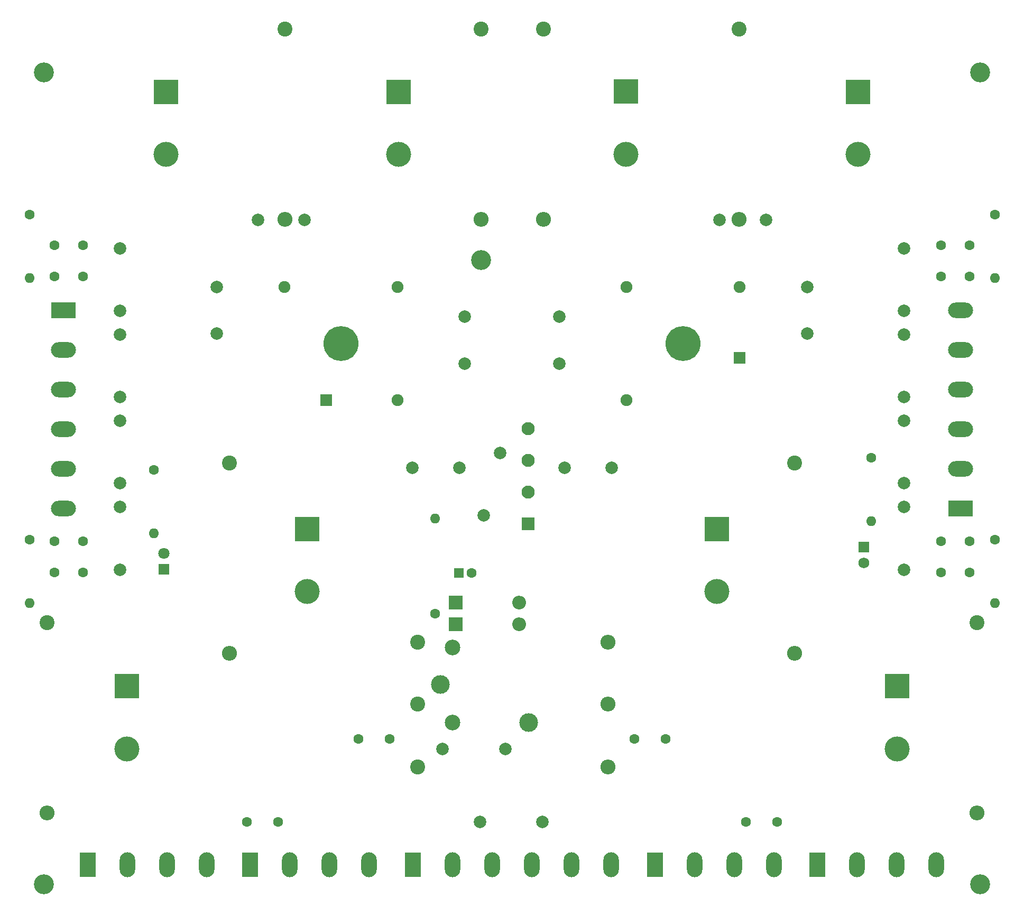
<source format=gbr>
%TF.GenerationSoftware,KiCad,Pcbnew,4.0.7-e2-6376~58~ubuntu16.04.1*%
%TF.CreationDate,2018-08-15T08:26:31-07:00*%
%TF.ProjectId,psu,7073752E6B696361645F706362000000,rev?*%
%TF.FileFunction,Soldermask,Top*%
%FSLAX46Y46*%
G04 Gerber Fmt 4.6, Leading zero omitted, Abs format (unit mm)*
G04 Created by KiCad (PCBNEW 4.0.7-e2-6376~58~ubuntu16.04.1) date Wed Aug 15 08:26:31 2018*
%MOMM*%
%LPD*%
G01*
G04 APERTURE LIST*
%ADD10C,0.100000*%
%ADD11C,3.200000*%
%ADD12C,2.000000*%
%ADD13R,2.200000X2.200000*%
%ADD14O,2.200000X2.200000*%
%ADD15R,1.800000X1.800000*%
%ADD16C,1.800000*%
%ADD17O,2.500000X4.000000*%
%ADD18R,2.500000X4.000000*%
%ADD19C,1.600000*%
%ADD20O,1.600000X1.600000*%
%ADD21C,1.900000*%
%ADD22R,1.900000X1.900000*%
%ADD23C,5.600000*%
%ADD24O,4.000000X2.500000*%
%ADD25R,4.000000X2.500000*%
%ADD26R,4.000000X4.000000*%
%ADD27C,4.000000*%
%ADD28R,1.600000X1.600000*%
%ADD29R,1.750000X1.750000*%
%ADD30C,1.750000*%
%ADD31C,2.400000*%
%ADD32O,2.400000X2.400000*%
%ADD33R,2.100000X2.100000*%
%ADD34C,2.100000*%
%ADD35C,2.500000*%
%ADD36C,3.000000*%
G04 APERTURE END LIST*
D10*
D11*
X118400000Y-56950000D03*
X198400000Y-26950000D03*
X198400000Y-156950000D03*
X48400000Y-26950000D03*
D12*
X128300000Y-147000000D03*
X118300000Y-147000000D03*
X112300000Y-135300000D03*
X122300000Y-135300000D03*
D13*
X114350000Y-111800000D03*
D14*
X124510000Y-111800000D03*
D15*
X67600000Y-106500000D03*
D16*
X67600000Y-103960000D03*
D17*
X100525000Y-153800000D03*
D18*
X81475000Y-153800000D03*
D17*
X87825000Y-153800000D03*
X94175000Y-153800000D03*
X74475000Y-153800000D03*
D18*
X55425000Y-153800000D03*
D17*
X61775000Y-153800000D03*
X68125000Y-153800000D03*
D19*
X180950000Y-88600000D03*
D20*
X180950000Y-98760000D03*
D19*
X66000000Y-90550000D03*
D20*
X66000000Y-100710000D03*
D12*
X121450000Y-87900000D03*
X118850000Y-97900000D03*
D21*
X105075000Y-61275000D03*
X86975000Y-61275000D03*
X105075000Y-79375000D03*
D22*
X93675000Y-79375000D03*
D23*
X96025000Y-70325000D03*
D24*
X51550000Y-96725000D03*
D25*
X51550000Y-64975000D03*
D24*
X51550000Y-90375000D03*
X51550000Y-71325000D03*
X51550000Y-77675000D03*
X51550000Y-84025000D03*
D11*
X48400000Y-156950000D03*
D19*
X148000000Y-133700000D03*
X143000000Y-133700000D03*
X165850000Y-146950000D03*
X160850000Y-146950000D03*
D12*
X164100000Y-50550000D03*
X156600000Y-50550000D03*
X130950000Y-66050000D03*
X130950000Y-73550000D03*
D19*
X192100000Y-54600000D03*
X192100000Y-59600000D03*
D26*
X141600000Y-30000000D03*
D27*
X141600000Y-40000000D03*
D26*
X178850000Y-30050000D03*
D27*
X178850000Y-40050000D03*
D12*
X186150000Y-78900000D03*
X186150000Y-68900000D03*
X186150000Y-55100000D03*
X186150000Y-65100000D03*
D19*
X196700000Y-59600000D03*
X196700000Y-54600000D03*
X196700000Y-107050000D03*
X196700000Y-102050000D03*
X192100000Y-102050000D03*
X192100000Y-107050000D03*
D26*
X156200000Y-100100000D03*
D27*
X156200000Y-110100000D03*
D26*
X185050000Y-125250000D03*
D27*
X185050000Y-135250000D03*
D12*
X186150000Y-92700000D03*
X186150000Y-82700000D03*
X186150000Y-96550000D03*
X186150000Y-106550000D03*
X170700000Y-61250000D03*
X170700000Y-68750000D03*
X139350000Y-90250000D03*
X131850000Y-90250000D03*
D19*
X80950000Y-146950000D03*
X85950000Y-146950000D03*
X98800000Y-133700000D03*
X103800000Y-133700000D03*
D12*
X115850000Y-73550000D03*
X115850000Y-66050000D03*
X90200000Y-50550000D03*
X82700000Y-50550000D03*
D19*
X54700000Y-54600000D03*
X54700000Y-59600000D03*
D26*
X67950000Y-30050000D03*
D27*
X67950000Y-40050000D03*
D26*
X105200000Y-30050000D03*
D27*
X105200000Y-40050000D03*
D12*
X60650000Y-78900000D03*
X60650000Y-68900000D03*
X60650000Y-55100000D03*
X60650000Y-65100000D03*
D19*
X50100000Y-59600000D03*
X50100000Y-54600000D03*
X50100000Y-107050000D03*
X50100000Y-102050000D03*
X54700000Y-102050000D03*
X54700000Y-107050000D03*
D26*
X90600000Y-100100000D03*
D27*
X90600000Y-110100000D03*
D26*
X61750000Y-125250000D03*
D27*
X61750000Y-135250000D03*
D12*
X60650000Y-92700000D03*
X60650000Y-82700000D03*
X60650000Y-96550000D03*
X60650000Y-106550000D03*
X114950000Y-90250000D03*
X107450000Y-90250000D03*
X76100000Y-68750000D03*
X76100000Y-61250000D03*
D28*
X114900000Y-107100000D03*
D19*
X116900000Y-107100000D03*
D13*
X114350000Y-115300000D03*
D14*
X124510000Y-115300000D03*
D24*
X195250000Y-64975000D03*
D25*
X195250000Y-96725000D03*
D24*
X195250000Y-71325000D03*
X195250000Y-90375000D03*
X195250000Y-84025000D03*
X195250000Y-77675000D03*
D17*
X165325000Y-153800000D03*
D18*
X146275000Y-153800000D03*
D17*
X152625000Y-153800000D03*
X158975000Y-153800000D03*
X191375000Y-153800000D03*
D18*
X172325000Y-153800000D03*
D17*
X178675000Y-153800000D03*
X185025000Y-153800000D03*
D29*
X179750000Y-102950000D03*
D30*
X179750000Y-105450000D03*
D19*
X200700000Y-49700000D03*
D20*
X200700000Y-59860000D03*
D31*
X128400000Y-20000000D03*
D32*
X128400000Y-50480000D03*
D31*
X159800000Y-20000000D03*
D32*
X159800000Y-50480000D03*
D31*
X197900000Y-115050000D03*
D32*
X197900000Y-145530000D03*
D31*
X168650000Y-89450000D03*
D32*
X168650000Y-119930000D03*
D19*
X200700000Y-101750000D03*
D20*
X200700000Y-111910000D03*
D19*
X46100000Y-49700000D03*
D20*
X46100000Y-59860000D03*
D31*
X87000000Y-20000000D03*
D32*
X87000000Y-50480000D03*
D31*
X118400000Y-20000000D03*
D32*
X118400000Y-50480000D03*
D31*
X78150000Y-89450000D03*
D32*
X78150000Y-119930000D03*
D31*
X48900000Y-115050000D03*
D32*
X48900000Y-145530000D03*
D19*
X46100000Y-101750000D03*
D20*
X46100000Y-111910000D03*
D19*
X111050000Y-113600000D03*
D20*
X111050000Y-98360000D03*
D31*
X108250000Y-118150000D03*
D32*
X138730000Y-118150000D03*
D31*
X108250000Y-128100000D03*
D32*
X138730000Y-128100000D03*
D31*
X108250000Y-138150000D03*
D32*
X138730000Y-138150000D03*
D21*
X141725000Y-61275000D03*
X141725000Y-79375000D03*
X159825000Y-61275000D03*
D22*
X159825000Y-72675000D03*
D23*
X150775000Y-70325000D03*
D33*
X126000000Y-99250000D03*
D34*
X126000000Y-94150000D03*
X126000000Y-83950000D03*
X126000000Y-89050000D03*
D35*
X113900000Y-131050000D03*
D36*
X126100000Y-131050000D03*
D35*
X113900000Y-119050000D03*
D36*
X111950000Y-125000000D03*
D17*
X139275000Y-153800000D03*
D18*
X107525000Y-153800000D03*
D17*
X132925000Y-153800000D03*
X113875000Y-153800000D03*
X120225000Y-153800000D03*
X126575000Y-153800000D03*
M02*

</source>
